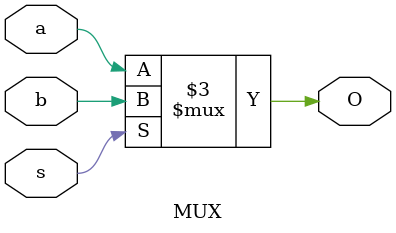
<source format=v>
`timescale 1ns / 1ps
module MUX(
    input a,
    input b,
    input s,
    output reg O
    );
	 
	always@(*) 			// 2 - 1 mux logic  s.b + ~s.a
	begin 
		if(s) 			// accorting to value of s the input value will be loaded to output or previous shifted value will be outputed
			O <= b;  
		else
			O <= a;
	end 

endmodule

</source>
